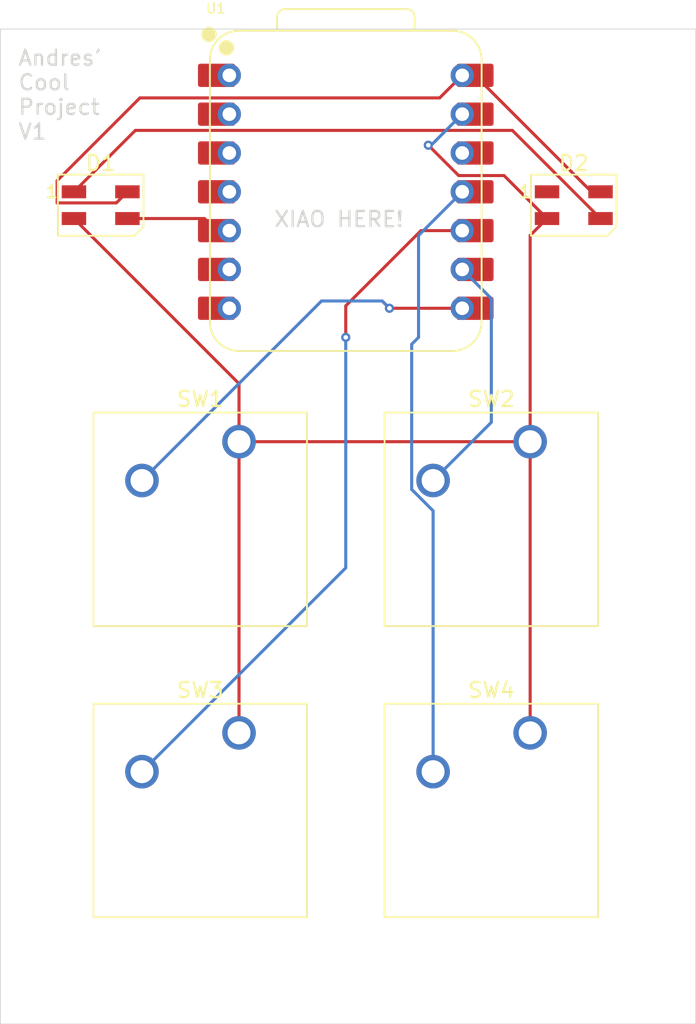
<source format=kicad_pcb>
(kicad_pcb (version 20241229) (generator "pcbnew") (generator_version "9.0")
  (layers (0 "F.Cu" signal) (2 "B.Cu" signal) (13 "F.Paste" user) (15 "B.Paste" user) (5 "F.SilkS" user "F.Silkscreen") (7 "B.SilkS" user "B.Silkscreen") (1 "F.Mask" user) (3 "B.Mask" user) (25 "Edge.Cuts" user))
  (net 0 "")
  (net 1 "Net-(D1-DIN)")
  (net 2 "+5V")
  (net 3 "GND")
  (net 4 "Net-(D1-DOUT)")
  (net 6 "Net-(U1-GPIO1{slash}RX)")
  (net 7 "Net-(U1-GPIO2{slash}SCK)")
  (net 8 "Net-(U1-GPIO4{slash}MISO)")
  (net 9 "Net-(U1-GPIO3{slash}MOSI)")
  (footprint "LED_SMD:LED_SK6812MINI_PLCC4_3.5x3.5mm_P1.75mm" (layer "F.Cu") (at 98.2625 58.025)
    (property "Reference" "D1" (at 0 -2.75 0) (layer "F.SilkS"))
    (property "Value" "SK6812MINI")
    (fp_line (start -2.8 -2) (end -2.8 2) (stroke (width 0.12)) (layer "F.SilkS"))
    (fp_line (start -2.8 -2) (end 2.8 -2) (stroke (width 0.12)) (layer "F.SilkS"))
    (fp_line (start -2.8 2) (end 2.2 2) (stroke (width 0.12)) (layer "F.SilkS"))
    (fp_line (start 2.8 1.4) (end 2.2 2) (stroke (width 0.12)) (layer "F.SilkS"))
    (fp_line (start 2.8 1.4) (end 2.8 -2) (stroke (width 0.12)) (layer "F.SilkS"))
    (fp_text user "1" (at -3.2 -0.875 0) (layer "F.SilkS") (effects (font (size 0.8 0.8))))
    (pad "1" smd rect (at -1.75 -0.875) (size 1.6 0.85) (layers "F.Cu" "F.Mask" "F.Paste") (net 4 "Net-(D1-DOUT)"))
    (pad "2" smd rect (at -1.75 0.875) (size 1.6 0.85) (layers "F.Cu" "F.Mask" "F.Paste") (net 3 "GND"))
    (pad "3" smd rect (at 1.75 0.875) (size 1.6 0.85) (layers "F.Cu" "F.Mask" "F.Paste") (net 1 "Net-(D1-DIN)"))
    (pad "4" smd rect (at 1.75 -0.875) (size 1.6 0.85) (layers "F.Cu" "F.Mask" "F.Paste") (net 2 "+5V"))
  )
  (footprint "Button_Switch_Keyboard:SW_Cherry_MX_1.00u_PCB" (layer "F.Cu") (at 107.315 73.50125)
    (property "Reference" "SW1" (at -2.54 -2.794 0) (layer "F.SilkS"))
    (property "Value" "SW_Push")
    (fp_line (start -9.525 -1.905) (end 4.445 -1.905) (stroke (width 0.12)) (layer "F.SilkS"))
    (fp_line (start -9.525 12.065) (end -9.525 -1.905) (stroke (width 0.12)) (layer "F.SilkS"))
    (fp_line (start 4.445 -1.905) (end 4.445 12.065) (stroke (width 0.12)) (layer "F.SilkS"))
    (fp_line (start 4.445 12.065) (end -9.525 12.065) (stroke (width 0.12)) (layer "F.SilkS"))
    (pad "" np_thru_hole circle (at -7.62 5.08) (size 1.7 1.7) (drill 1.7) (layers "*.Cu" "*.Mask"))
    (pad "" np_thru_hole circle (at -2.54 5.08) (size 4 4) (drill 4) (layers "*.Cu" "*.Mask"))
    (pad "" np_thru_hole circle (at 2.54 5.08) (size 1.7 1.7) (drill 1.7) (layers "*.Cu" "*.Mask"))
    (pad "1" thru_hole circle (at 0 0) (size 2.2 2.2) (drill 1.5) (layers "*.Cu" "*.Mask") (net 3 "GND"))
    (pad "2" thru_hole circle (at -6.35 2.54) (size 2.2 2.2) (drill 1.5) (layers "*.Cu" "*.Mask") (net 6 "Net-(U1-GPIO1{slash}RX)"))
  )
  (footprint "OPL:XIAO-RP2040-DIP" (layer "F.Cu") (at 114.3 57.15)
    (property "Reference" "U1" (at -8.5 -12 0) (layer "F.SilkS") (effects (font (size 0.635 0.635) (thickness 0.1016))))
    (property "Value" "XIAO-RP2040-DIP")
    (fp_line (start -8.89 8.509) (end -8.89 -8.636) (stroke (width 0.127)) (layer "F.SilkS"))
    (fp_line (start -6.985 10.414) (end 6.985 10.414) (stroke (width 0.127)) (layer "F.SilkS"))
    (fp_line (start -4.495 -10.541) (end -4.491272 -11.451272) (stroke (width 0.127)) (layer "F.SilkS"))
    (fp_line (start -3.991272 -11.951) (end 4.004 -11.951) (stroke (width 0.127)) (layer "F.SilkS"))
    (fp_line (start 4.504 -11.451) (end 4.504 -10.541) (stroke (width 0.127)) (layer "F.SilkS"))
    (fp_line (start 6.985 -10.541) (end -6.985 -10.541) (stroke (width 0.1)) (layer "F.SilkS"))
    (fp_line (start 6.985 -10.541) (end -6.985 -10.541) (stroke (width 0.127)) (layer "F.SilkS"))
    (fp_line (start 8.89 8.509) (end 8.89 -8.636) (stroke (width 0.127)) (layer "F.SilkS"))
    (fp_arc (start -8.89 -8.636) (mid -8.332038 -9.983038) (end -6.985 -10.541) (stroke (width 0.127)) (layer "F.SilkS"))
    (fp_arc (start -6.985 10.414) (mid -8.332038 9.856038) (end -8.89 8.509) (stroke (width 0.127)) (layer "F.SilkS"))
    (fp_arc (start -4.491272 -11.451272) (mid -4.344728 -11.80464) (end -3.991272 -11.951) (stroke (width 0.127)) (layer "F.SilkS"))
    (fp_arc (start 4.004 -11.951) (mid 4.357553 -11.804553) (end 4.504 -11.451) (stroke (width 0.127)) (layer "F.SilkS"))
    (fp_arc (start 6.985 -10.541) (mid 8.332038 -9.983038) (end 8.89 -8.636) (stroke (width 0.127)) (layer "F.SilkS"))
    (fp_arc (start 8.89 8.509) (mid 8.332038 9.856038) (end 6.985 10.414) (stroke (width 0.127)) (layer "F.SilkS"))
    (fp_circle (center -8.95 -10.3) (end -8.95 -10.554) (stroke (width 0.5)) (fill yes) (layer "F.SilkS"))
    (fp_circle (center -7.807 -9.42) (end -7.807 -9.674) (stroke (width 0.5)) (fill yes) (layer "F.SilkS"))
    (pad "1" smd roundrect (at -8.455 -7.62 180) (size 2.432 1.524) (layers "F.Cu" "F.Mask") (roundrect_rratio 0.1))
    (pad "1" thru_hole circle (at -7.62 -7.62 180) (size 1.524 1.524) (drill 0.889) (layers "*.Cu" "*.Mask"))
    (pad "2" smd roundrect (at -8.455 -5.08 180) (size 2.432 1.524) (layers "F.Cu" "F.Mask") (roundrect_rratio 0.1))
    (pad "2" thru_hole circle (at -7.62 -5.08 180) (size 1.524 1.524) (drill 0.889) (layers "*.Cu" "*.Mask"))
    (pad "3" smd roundrect (at -8.455 -2.54 180) (size 2.432 1.524) (layers "F.Cu" "F.Mask") (roundrect_rratio 0.1))
    (pad "3" thru_hole circle (at -7.62 -2.54 180) (size 1.524 1.524) (drill 0.889) (layers "*.Cu" "*.Mask"))
    (pad "4" smd roundrect (at -8.455 0 180) (size 2.432 1.524) (layers "F.Cu" "F.Mask") (roundrect_rratio 0.1))
    (pad "4" thru_hole circle (at -7.62 0 180) (size 1.524 1.524) (drill 0.889) (layers "*.Cu" "*.Mask"))
    (pad "5" smd roundrect (at -8.455 2.54 180) (size 2.432 1.524) (layers "F.Cu" "F.Mask") (roundrect_rratio 0.1) (net 1 "Net-(D1-DIN)"))
    (pad "5" thru_hole circle (at -7.62 2.54 180) (size 1.524 1.524) (drill 0.889) (layers "*.Cu" "*.Mask") (net 1 "Net-(D1-DIN)"))
    (pad "6" smd roundrect (at -8.455 5.08 180) (size 2.432 1.524) (layers "F.Cu" "F.Mask") (roundrect_rratio 0.1))
    (pad "6" thru_hole circle (at -7.62 5.08 180) (size 1.524 1.524) (drill 0.889) (layers "*.Cu" "*.Mask"))
    (pad "7" smd roundrect (at -8.455 7.62 180) (size 2.432 1.524) (layers "F.Cu" "F.Mask") (roundrect_rratio 0.1))
    (pad "7" thru_hole circle (at -7.62 7.62 180) (size 1.524 1.524) (drill 0.889) (layers "*.Cu" "*.Mask"))
    (pad "8" thru_hole circle (at 7.62 7.62) (size 1.524 1.524) (drill 0.889) (layers "*.Cu" "*.Mask") (net 6 "Net-(U1-GPIO1{slash}RX)"))
    (pad "8" smd roundrect (at 8.455 7.62) (size 2.432 1.524) (layers "F.Cu" "F.Mask") (roundrect_rratio 0.1) (net 6 "Net-(U1-GPIO1{slash}RX)"))
    (pad "9" thru_hole circle (at 7.62 5.08) (size 1.524 1.524) (drill 0.889) (layers "*.Cu" "*.Mask") (net 7 "Net-(U1-GPIO2{slash}SCK)"))
    (pad "9" smd roundrect (at 8.455 5.08) (size 2.432 1.524) (layers "F.Cu" "F.Mask") (roundrect_rratio 0.1) (net 7 "Net-(U1-GPIO2{slash}SCK)"))
    (pad "10" thru_hole circle (at 7.62 2.54) (size 1.524 1.524) (drill 0.889) (layers "*.Cu" "*.Mask") (net 8 "Net-(U1-GPIO4{slash}MISO)"))
    (pad "10" smd roundrect (at 8.455 2.54) (size 2.432 1.524) (layers "F.Cu" "F.Mask") (roundrect_rratio 0.1) (net 8 "Net-(U1-GPIO4{slash}MISO)"))
    (pad "11" thru_hole circle (at 7.62 0) (size 1.524 1.524) (drill 0.889) (layers "*.Cu" "*.Mask") (net 9 "Net-(U1-GPIO3{slash}MOSI)"))
    (pad "11" smd roundrect (at 8.455 0) (size 2.432 1.524) (layers "F.Cu" "F.Mask") (roundrect_rratio 0.1) (net 9 "Net-(U1-GPIO3{slash}MOSI)"))
    (pad "12" thru_hole circle (at 7.62 -2.54) (size 1.524 1.524) (drill 0.889) (layers "*.Cu" "*.Mask"))
    (pad "12" smd roundrect (at 8.455 -2.54) (size 2.432 1.524) (layers "F.Cu" "F.Mask") (roundrect_rratio 0.1))
    (pad "13" thru_hole circle (at 7.62 -5.08) (size 1.524 1.524) (drill 0.889) (layers "*.Cu" "*.Mask") (net 3 "GND"))
    (pad "13" smd roundrect (at 8.455 -5.08) (size 2.432 1.524) (layers "F.Cu" "F.Mask") (roundrect_rratio 0.1) (net 3 "GND"))
    (pad "14" thru_hole circle (at 7.62 -7.62) (size 1.524 1.524) (drill 0.889) (layers "*.Cu" "*.Mask") (net 2 "+5V"))
    (pad "14" smd roundrect (at 8.455 -7.62) (size 2.432 1.524) (layers "F.Cu" "F.Mask") (roundrect_rratio 0.1) (net 2 "+5V"))
  )
  (footprint "Button_Switch_Keyboard:SW_Cherry_MX_1.00u_PCB" (layer "F.Cu") (at 126.365 73.50125)
    (property "Reference" "SW2" (at -2.54 -2.794 0) (layer "F.SilkS"))
    (property "Value" "SW_Push")
    (fp_line (start -9.525 -1.905) (end 4.445 -1.905) (stroke (width 0.12)) (layer "F.SilkS"))
    (fp_line (start -9.525 12.065) (end -9.525 -1.905) (stroke (width 0.12)) (layer "F.SilkS"))
    (fp_line (start 4.445 -1.905) (end 4.445 12.065) (stroke (width 0.12)) (layer "F.SilkS"))
    (fp_line (start 4.445 12.065) (end -9.525 12.065) (stroke (width 0.12)) (layer "F.SilkS"))
    (pad "" np_thru_hole circle (at -7.62 5.08) (size 1.7 1.7) (drill 1.7) (layers "*.Cu" "*.Mask"))
    (pad "" np_thru_hole circle (at -2.54 5.08) (size 4 4) (drill 4) (layers "*.Cu" "*.Mask"))
    (pad "" np_thru_hole circle (at 2.54 5.08) (size 1.7 1.7) (drill 1.7) (layers "*.Cu" "*.Mask"))
    (pad "1" thru_hole circle (at 0 0) (size 2.2 2.2) (drill 1.5) (layers "*.Cu" "*.Mask") (net 3 "GND"))
    (pad "2" thru_hole circle (at -6.35 2.54) (size 2.2 2.2) (drill 1.5) (layers "*.Cu" "*.Mask") (net 7 "Net-(U1-GPIO2{slash}SCK)"))
  )
  (footprint "LED_SMD:LED_SK6812MINI_PLCC4_3.5x3.5mm_P1.75mm" (layer "F.Cu") (at 129.21875 58.025)
    (property "Reference" "D2" (at 0 -2.75 0) (layer "F.SilkS"))
    (property "Value" "SK6812MINI")
    (fp_line (start -2.8 -2) (end -2.8 2) (stroke (width 0.12)) (layer "F.SilkS"))
    (fp_line (start -2.8 -2) (end 2.8 -2) (stroke (width 0.12)) (layer "F.SilkS"))
    (fp_line (start -2.8 2) (end 2.2 2) (stroke (width 0.12)) (layer "F.SilkS"))
    (fp_line (start 2.8 1.4) (end 2.2 2) (stroke (width 0.12)) (layer "F.SilkS"))
    (fp_line (start 2.8 1.4) (end 2.8 -2) (stroke (width 0.12)) (layer "F.SilkS"))
    (fp_text user "1" (at -3.2 -0.875 0) (layer "F.SilkS") (effects (font (size 0.8 0.8))))
    (pad "1" smd rect (at -1.75 -0.875) (size 1.6 0.85) (layers "F.Cu" "F.Mask" "F.Paste"))
    (pad "2" smd rect (at -1.75 0.875) (size 1.6 0.85) (layers "F.Cu" "F.Mask" "F.Paste") (net 3 "GND"))
    (pad "3" smd rect (at 1.75 0.875) (size 1.6 0.85) (layers "F.Cu" "F.Mask" "F.Paste") (net 4 "Net-(D1-DOUT)"))
    (pad "4" smd rect (at 1.75 -0.875) (size 1.6 0.85) (layers "F.Cu" "F.Mask" "F.Paste") (net 2 "+5V"))
  )
  (footprint "Button_Switch_Keyboard:SW_Cherry_MX_1.00u_PCB" (layer "F.Cu") (at 126.365 92.55125)
    (property "Reference" "SW4" (at -2.54 -2.794 0) (layer "F.SilkS"))
    (property "Value" "SW_Push")
    (fp_line (start -9.525 -1.905) (end 4.445 -1.905) (stroke (width 0.12)) (layer "F.SilkS"))
    (fp_line (start -9.525 12.065) (end -9.525 -1.905) (stroke (width 0.12)) (layer "F.SilkS"))
    (fp_line (start 4.445 -1.905) (end 4.445 12.065) (stroke (width 0.12)) (layer "F.SilkS"))
    (fp_line (start 4.445 12.065) (end -9.525 12.065) (stroke (width 0.12)) (layer "F.SilkS"))
    (pad "" np_thru_hole circle (at -7.62 5.08) (size 1.7 1.7) (drill 1.7) (layers "*.Cu" "*.Mask"))
    (pad "" np_thru_hole circle (at -2.54 5.08) (size 4 4) (drill 4) (layers "*.Cu" "*.Mask"))
    (pad "" np_thru_hole circle (at 2.54 5.08) (size 1.7 1.7) (drill 1.7) (layers "*.Cu" "*.Mask"))
    (pad "1" thru_hole circle (at 0 0) (size 2.2 2.2) (drill 1.5) (layers "*.Cu" "*.Mask") (net 3 "GND"))
    (pad "2" thru_hole circle (at -6.35 2.54) (size 2.2 2.2) (drill 1.5) (layers "*.Cu" "*.Mask") (net 9 "Net-(U1-GPIO3{slash}MOSI)"))
  )
  (footprint "Button_Switch_Keyboard:SW_Cherry_MX_1.00u_PCB" (layer "F.Cu") (at 107.315 92.55125)
    (property "Reference" "SW3" (at -2.54 -2.794 0) (layer "F.SilkS"))
    (property "Value" "SW_Push")
    (fp_line (start -9.525 -1.905) (end 4.445 -1.905) (stroke (width 0.12)) (layer "F.SilkS"))
    (fp_line (start -9.525 12.065) (end -9.525 -1.905) (stroke (width 0.12)) (layer "F.SilkS"))
    (fp_line (start 4.445 -1.905) (end 4.445 12.065) (stroke (width 0.12)) (layer "F.SilkS"))
    (fp_line (start 4.445 12.065) (end -9.525 12.065) (stroke (width 0.12)) (layer "F.SilkS"))
    (pad "" np_thru_hole circle (at -7.62 5.08) (size 1.7 1.7) (drill 1.7) (layers "*.Cu" "*.Mask"))
    (pad "" np_thru_hole circle (at -2.54 5.08) (size 4 4) (drill 4) (layers "*.Cu" "*.Mask"))
    (pad "" np_thru_hole circle (at 2.54 5.08) (size 1.7 1.7) (drill 1.7) (layers "*.Cu" "*.Mask"))
    (pad "1" thru_hole circle (at 0 0) (size 2.2 2.2) (drill 1.5) (layers "*.Cu" "*.Mask") (net 3 "GND"))
    (pad "2" thru_hole circle (at -6.35 2.54) (size 2.2 2.2) (drill 1.5) (layers "*.Cu" "*.Mask") (net 8 "Net-(U1-GPIO4{slash}MISO)"))
  )
  (gr_rect (start 91.7 46.5) (end 137.2 111.6) (stroke (width 0.05)) (fill no) (layer "Edge.Cuts"))
  (gr_text "Andres'\nCool\nProject\nV1" (at 92.8 53.8 0) (layer "Edge.Cuts") (effects (font (size 1 1)) (justify left bottom)))
  (gr_text "XIAO HERE!" (at 109.5375 59.53125 0) (layer "Edge.Cuts") (effects (font (size 1 1)) (justify left bottom)))
  (segment (start 100.0125 58.9) (end 105.055 58.9) (width 0.2) (layer "F.Cu") (net 1))
  (segment (start 105.055 58.9) (end 105.845 59.69) (width 0.2) (layer "F.Cu") (net 1))
  (segment (start 100.8285 51.007) (end 120.443 51.007) (width 0.2) (layer "F.Cu") (net 2))
  (segment (start 100.0125 57.15) (end 99.2865 57.876) (width 0.2) (layer "F.Cu") (net 2))
  (segment (start 130.375 57.15) (end 122.755 49.53) (width 0.2) (layer "F.Cu") (net 2))
  (segment (start 95.4115 57.876) (end 95.4115 56.424) (width 0.2) (layer "F.Cu") (net 2))
  (segment (start 120.443 51.007) (end 121.92 49.53) (width 0.2) (layer "F.Cu") (net 2))
  (segment (start 99.2865 57.876) (end 95.4115 57.876) (width 0.2) (layer "F.Cu") (net 2))
  (segment (start 95.4115 56.424) (end 100.8285 51.007) (width 0.2) (layer "F.Cu") (net 2))
  (segment (start 130.96875 57.15) (end 130.375 57.15) (width 0.2) (layer "F.Cu") (net 2))
  (segment (start 107.315 69.7025) (end 96.5125 58.9) (width 0.2) (layer "F.Cu") (net 3))
  (segment (start 107.315 73.50125) (end 107.315 69.7025) (width 0.2) (layer "F.Cu") (net 3))
  (segment (start 121.687 56.087) (end 119.7 54.1) (width 0.2) (layer "F.Cu") (net 3))
  (segment (start 124.65575 56.087) (end 121.687 56.087) (width 0.2) (layer "F.Cu") (net 3))
  (segment (start 126.365 73.50125) (end 126.365 92.55125) (width 0.2) (layer "F.Cu") (net 3))
  (segment (start 126.365 73.50125) (end 126.365 60.00375) (width 0.2) (layer "F.Cu") (net 3))
  (segment (start 107.315 73.50125) (end 107.315 92.55125) (width 0.2) (layer "F.Cu") (net 3))
  (segment (start 127.46875 58.9) (end 124.65575 56.087) (width 0.2) (layer "F.Cu") (net 3))
  (segment (start 126.365 60.00375) (end 127.46875 58.9) (width 0.2) (layer "F.Cu") (net 3))
  (segment (start 107.315 73.50125) (end 126.365 73.50125) (width 0.2) (layer "F.Cu") (net 3))
  (via (at 119.7 54.1) (size 0.6) (drill 0.3) (layers "F.Cu" "B.Cu") (net 3))
  (segment (start 119.89 54.1) (end 119.7 54.1) (width 0.2) (layer "B.Cu") (net 3))
  (segment (start 121.92 52.07) (end 119.89 54.1) (width 0.2) (layer "B.Cu") (net 3))
  (segment (start 100.5295 53.133) (end 125.20175 53.133) (width 0.2) (layer "F.Cu") (net 4))
  (segment (start 96.5125 57.15) (end 100.5295 53.133) (width 0.2) (layer "F.Cu") (net 4))
  (segment (start 125.20175 53.133) (end 130.96875 58.9) (width 0.2) (layer "F.Cu") (net 4))
  (segment (start 117.1575 64.77) (end 116.68125 64.29375) (width 0.2) (layer "F.Cu") (net 6))
  (segment (start 121.92 64.77) (end 117.1575 64.77) (width 0.2) (layer "F.Cu") (net 6))
  (via (at 117.1575 64.77) (size 0.6) (drill 0.3) (layers "F.Cu" "B.Cu") (net 6))
  (segment (start 100.965 76.04125) (end 112.7125 64.29375) (width 0.2) (layer "B.Cu") (net 6))
  (segment (start 112.7125 64.29375) (end 116.68125 64.29375) (width 0.2) (layer "B.Cu") (net 6))
  (segment (start 117.1575 64.77) (end 116.68125 64.29375) (width 0.2) (layer "B.Cu") (net 6))
  (segment (start 120.015 76.04125) (end 123.825 72.23125) (width 0.2) (layer "B.Cu") (net 7))
  (segment (start 123.825 72.23125) (end 123.825 64.135) (width 0.2) (layer "B.Cu") (net 7))
  (segment (start 123.825 64.135) (end 121.92 62.23) (width 0.2) (layer "B.Cu") (net 7))
  (segment (start 114.3 64.61125) (end 114.3 66.675) (width 0.2) (layer "F.Cu") (net 8))
  (segment (start 121.92 59.69) (end 122.755 59.69) (width 0.2) (layer "F.Cu") (net 8))
  (segment (start 121.92 59.69) (end 119.22125 59.69) (width 0.2) (layer "F.Cu") (net 8))
  (segment (start 119.22125 59.69) (end 114.3 64.61125) (width 0.2) (layer "F.Cu") (net 8))
  (via (at 114.3 66.675) (size 0.6) (drill 0.3) (layers "F.Cu" "B.Cu") (net 8))
  (segment (start 100.965 95.09125) (end 114.3 81.75625) (width 0.2) (layer "B.Cu") (net 8))
  (segment (start 114.3 81.75625) (end 114.3 66.675) (width 0.2) (layer "B.Cu") (net 8))
  (segment (start 120.015 95.09125) (end 120.015 78.022564) (width 0.2) (layer "B.Cu") (net 9))
  (segment (start 119.0625 60.0075) (end 119.0625 66.675) (width 0.2) (layer "B.Cu") (net 9))
  (segment (start 121.92 57.15) (end 119.0625 60.0075) (width 0.2) (layer "B.Cu") (net 9))
  (segment (start 118.614 76.621564) (end 118.614 67.1235) (width 0.2) (layer "B.Cu") (net 9))
  (segment (start 120.015 78.022564) (end 118.614 76.621564) (width 0.2) (layer "B.Cu") (net 9))
  (segment (start 119.0625 66.675) (end 118.614 67.1235) (width 0.2) (layer "B.Cu") (net 9))
)
</source>
